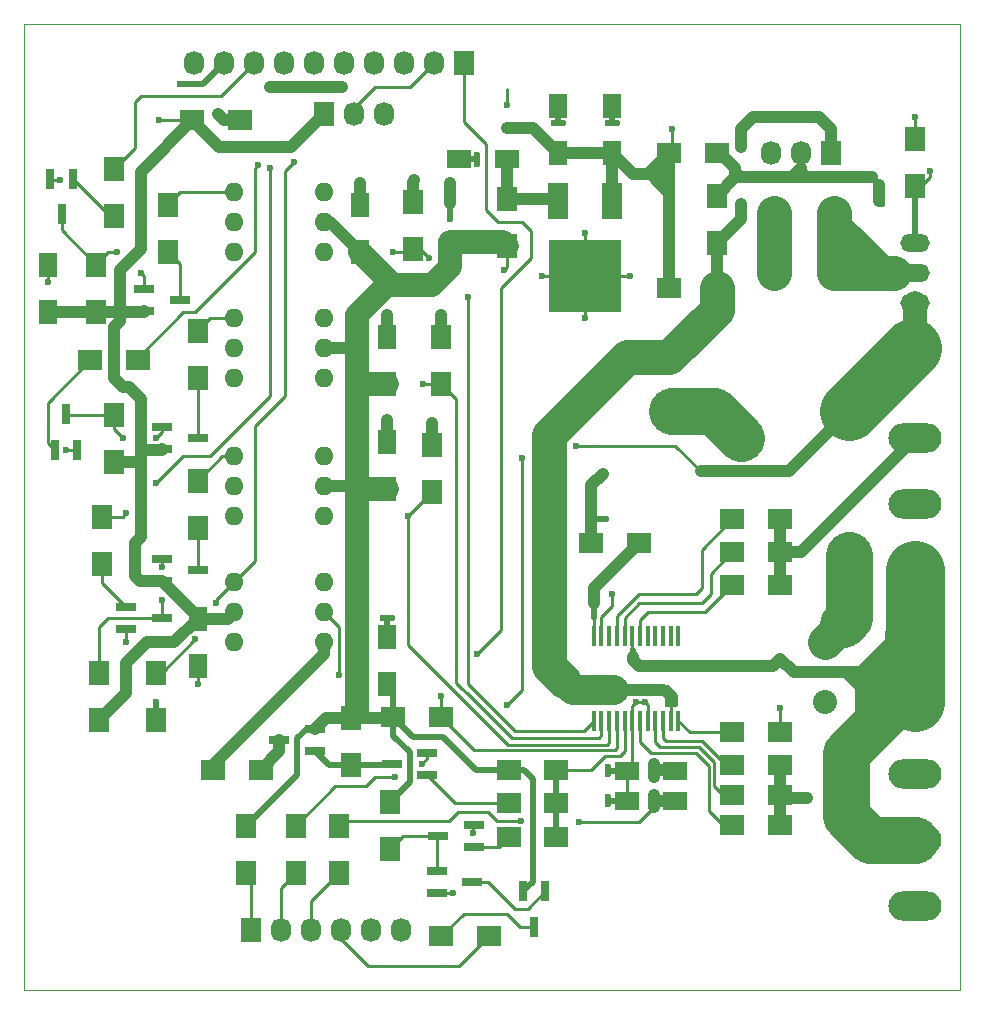
<source format=gbr>
G04 #@! TF.FileFunction,Copper,L1,Top,Signal*
%FSLAX46Y46*%
G04 Gerber Fmt 4.6, Leading zero omitted, Abs format (unit mm)*
G04 Created by KiCad (PCBNEW (after 2015-mar-04 BZR unknown)-product) date 26/07/2015 13:07:27*
%MOMM*%
G01*
G04 APERTURE LIST*
%ADD10C,0.100000*%
%ADD11C,2.032000*%
%ADD12O,2.032000X2.032000*%
%ADD13R,0.800100X1.800860*%
%ADD14R,1.600000X2.000000*%
%ADD15R,2.000000X1.600000*%
%ADD16R,2.000000X1.700000*%
%ADD17R,1.700000X2.000000*%
%ADD18R,1.727200X2.032000*%
%ADD19O,1.727200X2.032000*%
%ADD20O,4.500880X2.499360*%
%ADD21O,2.499360X1.501140*%
%ADD22R,0.450000X1.750000*%
%ADD23O,1.600000X1.600000*%
%ADD24R,1.800860X0.800100*%
%ADD25R,1.651000X3.048000*%
%ADD26R,6.096000X6.096000*%
%ADD27R,1.600000X1.600000*%
%ADD28C,1.600000*%
%ADD29C,0.600000*%
%ADD30C,1.016000*%
%ADD31C,0.254000*%
%ADD32C,0.508000*%
%ADD33C,3.000000*%
%ADD34C,4.000000*%
%ADD35C,2.540000*%
%ADD36C,2.032000*%
%ADD37C,5.000000*%
G04 APERTURE END LIST*
D10*
X106172000Y-34036000D02*
X106172000Y-115824000D01*
X185420000Y-34036000D02*
X106172000Y-34036000D01*
X185420000Y-115824000D02*
X185420000Y-34036000D01*
X106172000Y-115824000D02*
X185420000Y-115824000D01*
D11*
X174752000Y-55118000D03*
X174752000Y-50038000D03*
D12*
X169672000Y-55118000D03*
X169672000Y-50038000D03*
D13*
X110297000Y-47139860D03*
X108397000Y-47139860D03*
X109347000Y-50142140D03*
D11*
X181610000Y-91440000D03*
D12*
X173990000Y-91440000D03*
D11*
X181610000Y-86360000D03*
D12*
X173990000Y-86360000D03*
D14*
X151384000Y-44926000D03*
X151384000Y-40926000D03*
X155956000Y-44926000D03*
X155956000Y-40926000D03*
D15*
X147034000Y-45466000D03*
X143034000Y-45466000D03*
D14*
X108204000Y-54388000D03*
X108204000Y-58388000D03*
D15*
X157258000Y-99822000D03*
X161258000Y-99822000D03*
X157258000Y-97282000D03*
X161258000Y-97282000D03*
D14*
X134620000Y-53308000D03*
X134620000Y-49308000D03*
X136906000Y-64484000D03*
X136906000Y-60484000D03*
X136906000Y-73374000D03*
X136906000Y-69374000D03*
X120904000Y-84360000D03*
X120904000Y-88360000D03*
D16*
X124428000Y-42164000D03*
X120428000Y-42164000D03*
D17*
X147066000Y-48800000D03*
X147066000Y-52800000D03*
D18*
X143383000Y-37338000D03*
D19*
X140843000Y-37338000D03*
X138303000Y-37338000D03*
X135763000Y-37338000D03*
X133223000Y-37338000D03*
X130683000Y-37338000D03*
X128143000Y-37338000D03*
X125603000Y-37338000D03*
X123063000Y-37338000D03*
X120523000Y-37338000D03*
D18*
X174498000Y-44958000D03*
D19*
X171958000Y-44958000D03*
X169418000Y-44958000D03*
D18*
X131572000Y-41656000D03*
D19*
X134112000Y-41656000D03*
X136652000Y-41656000D03*
D18*
X125349000Y-110744000D03*
D19*
X127889000Y-110744000D03*
X130429000Y-110744000D03*
X132969000Y-110744000D03*
X135509000Y-110744000D03*
X138049000Y-110744000D03*
D20*
X181610000Y-74676000D03*
X181610000Y-69088000D03*
X181610000Y-80264000D03*
X181610000Y-103124000D03*
X181610000Y-97536000D03*
X181610000Y-108712000D03*
D21*
X181610000Y-55118000D03*
X181610000Y-52578000D03*
X181610000Y-57658000D03*
D16*
X164814000Y-44958000D03*
X160814000Y-44958000D03*
X164814000Y-56388000D03*
X160814000Y-56388000D03*
X147225000Y-97155000D03*
X151225000Y-97155000D03*
D17*
X164846000Y-52546000D03*
X164846000Y-48546000D03*
D16*
X137446000Y-92710000D03*
X141446000Y-92710000D03*
D17*
X113792000Y-50260000D03*
X113792000Y-46260000D03*
D16*
X111792000Y-62484000D03*
X115792000Y-62484000D03*
D17*
X112776000Y-79724000D03*
X112776000Y-75724000D03*
X112268000Y-58388000D03*
X112268000Y-54388000D03*
X113792000Y-71088000D03*
X113792000Y-67088000D03*
X112522000Y-92932000D03*
X112522000Y-88932000D03*
D16*
X147225000Y-99949000D03*
X151225000Y-99949000D03*
D17*
X118364000Y-49308000D03*
X118364000Y-53308000D03*
X120904000Y-59976000D03*
X120904000Y-63976000D03*
X120904000Y-72676000D03*
X120904000Y-76676000D03*
X133858000Y-92742000D03*
X133858000Y-96742000D03*
D16*
X122206000Y-97155000D03*
X126206000Y-97155000D03*
D17*
X139065000Y-53054000D03*
X139065000Y-49054000D03*
X141478000Y-64484000D03*
X141478000Y-60484000D03*
X140716000Y-73628000D03*
X140716000Y-69628000D03*
X117348000Y-88932000D03*
X117348000Y-92932000D03*
D16*
X154210000Y-77978000D03*
X158210000Y-77978000D03*
X170148000Y-75946000D03*
X166148000Y-75946000D03*
X170148000Y-78740000D03*
X166148000Y-78740000D03*
X170148000Y-81534000D03*
X166148000Y-81534000D03*
X170148000Y-93980000D03*
X166148000Y-93980000D03*
X170148000Y-99314000D03*
X166148000Y-99314000D03*
X170148000Y-96774000D03*
X166148000Y-96774000D03*
X170148000Y-101854000D03*
X166148000Y-101854000D03*
X147225000Y-102870000D03*
X151225000Y-102870000D03*
D17*
X181610000Y-47720000D03*
X181610000Y-43720000D03*
X137160000Y-99854000D03*
X137160000Y-103854000D03*
D16*
X145510000Y-111252000D03*
X141510000Y-111252000D03*
D17*
X132842000Y-101886000D03*
X132842000Y-105886000D03*
D22*
X154413000Y-93008000D03*
X155063000Y-93008000D03*
X155713000Y-93008000D03*
X156363000Y-93008000D03*
X157013000Y-93008000D03*
X157663000Y-93008000D03*
X158313000Y-93008000D03*
X158963000Y-93008000D03*
X159613000Y-93008000D03*
X160263000Y-93008000D03*
X160913000Y-93008000D03*
X161563000Y-93008000D03*
X161563000Y-85808000D03*
X160913000Y-85808000D03*
X160263000Y-85808000D03*
X159613000Y-85808000D03*
X158963000Y-85808000D03*
X158313000Y-85808000D03*
X157663000Y-85808000D03*
X157013000Y-85808000D03*
X156363000Y-85808000D03*
X155713000Y-85808000D03*
X155063000Y-85808000D03*
X154413000Y-85808000D03*
D23*
X123952000Y-48260000D03*
X123952000Y-50800000D03*
X123952000Y-53340000D03*
X131572000Y-53340000D03*
X131572000Y-50800000D03*
X131572000Y-48260000D03*
X123952000Y-58928000D03*
X123952000Y-61468000D03*
X123952000Y-64008000D03*
X131572000Y-64008000D03*
X131572000Y-61468000D03*
X131572000Y-58928000D03*
X123952000Y-70612000D03*
X123952000Y-73152000D03*
X123952000Y-75692000D03*
X131572000Y-75692000D03*
X131572000Y-73152000D03*
X131572000Y-70612000D03*
X131572000Y-86360000D03*
X131572000Y-83820000D03*
X131572000Y-81280000D03*
X123952000Y-81280000D03*
X123952000Y-83820000D03*
X123952000Y-86360000D03*
D17*
X129159000Y-101886000D03*
X129159000Y-105886000D03*
X124968000Y-101886000D03*
X124968000Y-105886000D03*
D13*
X150302000Y-107464860D03*
X148402000Y-107464860D03*
X149352000Y-110467140D03*
D24*
X141119860Y-105730000D03*
X141119860Y-107630000D03*
X144122140Y-106680000D03*
X144249140Y-103693000D03*
X144249140Y-101793000D03*
X141246860Y-102743000D03*
X130787140Y-95565000D03*
X130787140Y-93665000D03*
X127784860Y-94615000D03*
X140312140Y-97597000D03*
X140312140Y-95697000D03*
X137309860Y-96647000D03*
X117878860Y-79314000D03*
X117878860Y-81214000D03*
X120881140Y-80264000D03*
X117878860Y-68138000D03*
X117878860Y-70038000D03*
X120881140Y-69088000D03*
X116354860Y-56454000D03*
X116354860Y-58354000D03*
X119357140Y-57404000D03*
X114830860Y-83378000D03*
X114830860Y-85278000D03*
X117833140Y-84328000D03*
D13*
X108778000Y-70081140D03*
X110678000Y-70081140D03*
X109728000Y-67078860D03*
D25*
X155956000Y-49022000D03*
D26*
X153670000Y-55372000D03*
D25*
X151384000Y-49022000D03*
D27*
X176022000Y-66802000D03*
D28*
X161022000Y-66802000D03*
D14*
X136906000Y-89884000D03*
X136906000Y-85884000D03*
D29*
X127000000Y-39370000D03*
X133096000Y-39370000D03*
X147066000Y-40894000D03*
X142240000Y-50546000D03*
X142240000Y-47498000D03*
X117602000Y-42164000D03*
X161036000Y-42926000D03*
X136525000Y-84328000D03*
X137287000Y-84328000D03*
X181610000Y-41910000D03*
X142494000Y-107569000D03*
X144145000Y-102489000D03*
X155575000Y-97536000D03*
X155575000Y-96901000D03*
X155575000Y-100076000D03*
X155575000Y-99441000D03*
X157988000Y-91440000D03*
X158750000Y-91440000D03*
X151003000Y-42418000D03*
X151765000Y-42418000D03*
X155575000Y-42418000D03*
X156337000Y-42418000D03*
X169672000Y-51816000D03*
X169672000Y-53149500D03*
X166878000Y-69088000D03*
X144526000Y-45085000D03*
X144526000Y-45847000D03*
X153670000Y-51689000D03*
X157480000Y-55372000D03*
X149987000Y-55372000D03*
X153670000Y-58928000D03*
X164592000Y-66802000D03*
X134620000Y-47498000D03*
X139192000Y-47244000D03*
X136906000Y-67564000D03*
X140716000Y-67818000D03*
X141478000Y-58674000D03*
X136906000Y-58674000D03*
X165862000Y-68072000D03*
X175514000Y-84836000D03*
X176022000Y-78994000D03*
X176022000Y-81534000D03*
X114808000Y-86360000D03*
X120904000Y-89916000D03*
X109728000Y-70104000D03*
X109220000Y-47244000D03*
X117348000Y-91440000D03*
X108204000Y-55880000D03*
X119380000Y-39116000D03*
X148209000Y-101473000D03*
X153162000Y-101600000D03*
X159512000Y-100330000D03*
X159512000Y-99314000D03*
X159512000Y-96647000D03*
X159512000Y-97790000D03*
X160655000Y-91567000D03*
X161290000Y-91567000D03*
X166878000Y-49276000D03*
X166878000Y-44450000D03*
X146812000Y-54864000D03*
X155956000Y-82296000D03*
X157734000Y-87122000D03*
X175768000Y-96520000D03*
X178435000Y-90043000D03*
X177038000Y-102362000D03*
X137541000Y-97790000D03*
X147066000Y-91694000D03*
X152908000Y-69723000D03*
X148336000Y-70739000D03*
X176022000Y-66802000D03*
X181356000Y-61468000D03*
X179070000Y-63754000D03*
X178816000Y-49276000D03*
X155448000Y-75946000D03*
X170180000Y-91948000D03*
X182880000Y-46482000D03*
X122555000Y-41656000D03*
X144526000Y-87376000D03*
X141478000Y-90932000D03*
X122428000Y-83058000D03*
X120650000Y-86106000D03*
X129032000Y-45720000D03*
X114808000Y-75438000D03*
X117348000Y-72898000D03*
X127000000Y-46228000D03*
X125984000Y-45974000D03*
X179832000Y-55118000D03*
X176784000Y-55118000D03*
X139827000Y-96647000D03*
X132842000Y-89154000D03*
X172466000Y-99568000D03*
X137414000Y-53340000D03*
X140462000Y-53848000D03*
X143764000Y-57150000D03*
X139954000Y-64516000D03*
X138684000Y-75692000D03*
X116078000Y-55118000D03*
X114046000Y-53340000D03*
X117348000Y-69088000D03*
X114554000Y-69088000D03*
X117856000Y-80010000D03*
X117856000Y-82804000D03*
D30*
X127000000Y-39370000D02*
X133096000Y-39370000D01*
D31*
X147066000Y-39497000D02*
X147066000Y-40894000D01*
D32*
X142240000Y-49149000D02*
X142240000Y-50546000D01*
D30*
X142240000Y-49149000D02*
X142240000Y-47498000D01*
D31*
X117602000Y-42164000D02*
X120428000Y-42164000D01*
D30*
X114300000Y-58420000D02*
X114300000Y-59182000D01*
X114300000Y-54864000D02*
X114300000Y-58420000D01*
X116078000Y-53086000D02*
X114300000Y-54864000D01*
X116078000Y-46514000D02*
X116078000Y-53086000D01*
X120428000Y-42164000D02*
X116078000Y-46514000D01*
X108204000Y-58388000D02*
X112268000Y-58388000D01*
X114046000Y-58420000D02*
X114300000Y-58420000D01*
X114268000Y-58420000D02*
X114046000Y-58420000D01*
X114300000Y-58388000D02*
X114268000Y-58420000D01*
X114046000Y-58388000D02*
X114300000Y-58388000D01*
X112268000Y-58388000D02*
X114046000Y-58388000D01*
X116320860Y-58388000D02*
X116354860Y-58354000D01*
X114046000Y-58388000D02*
X116320860Y-58388000D01*
X116078000Y-71120000D02*
X116078000Y-72390000D01*
X116078000Y-70104000D02*
X116078000Y-71120000D01*
X116078000Y-65786000D02*
X116078000Y-70104000D01*
X115062000Y-64770000D02*
X116078000Y-65786000D01*
X114554000Y-64770000D02*
X115062000Y-64770000D01*
X113792000Y-64008000D02*
X114554000Y-64770000D01*
X113792000Y-59690000D02*
X113792000Y-64008000D01*
X114300000Y-59182000D02*
X113792000Y-59690000D01*
X116078000Y-71088000D02*
X116078000Y-71120000D01*
X113792000Y-71088000D02*
X116078000Y-71088000D01*
X117812860Y-70104000D02*
X117878860Y-70038000D01*
X116078000Y-70104000D02*
X117812860Y-70104000D01*
X116012000Y-81214000D02*
X117878860Y-81214000D01*
X115570000Y-80772000D02*
X116012000Y-81214000D01*
X115570000Y-77978000D02*
X115570000Y-80772000D01*
X116078000Y-77470000D02*
X115570000Y-77978000D01*
X116078000Y-72390000D02*
X116078000Y-77470000D01*
X120904000Y-84239140D02*
X120904000Y-84360000D01*
X117878860Y-81214000D02*
X120904000Y-84239140D01*
X123412000Y-84360000D02*
X123952000Y-83820000D01*
X120904000Y-84360000D02*
X123412000Y-84360000D01*
X114808000Y-90646000D02*
X112522000Y-92932000D01*
X114808000Y-88138000D02*
X114808000Y-90646000D01*
X116586000Y-86360000D02*
X114808000Y-88138000D01*
X116840000Y-86360000D02*
X116586000Y-86360000D01*
X118904000Y-86360000D02*
X116840000Y-86360000D01*
X120904000Y-84360000D02*
X118904000Y-86360000D01*
X122714000Y-44450000D02*
X120428000Y-42164000D01*
X128778000Y-44450000D02*
X122714000Y-44450000D01*
X131572000Y-41656000D02*
X128778000Y-44450000D01*
D31*
X161036000Y-42926000D02*
X161036000Y-44736000D01*
X161036000Y-44736000D02*
X160814000Y-44958000D01*
D30*
X160814000Y-48292000D02*
X160814000Y-44958000D01*
X160814000Y-56388000D02*
X160814000Y-48292000D01*
X159036000Y-46736000D02*
X158432500Y-46736000D01*
X160210500Y-45561500D02*
X159036000Y-46736000D01*
X160814000Y-44958000D02*
X160210500Y-45561500D01*
X155956000Y-46609000D02*
X155956000Y-44926000D01*
X155956000Y-49022000D02*
X155956000Y-46609000D01*
X149257000Y-42799000D02*
X147066000Y-42799000D01*
X151384000Y-44926000D02*
X149257000Y-42799000D01*
D32*
X155956000Y-46736000D02*
X156083000Y-46609000D01*
X156083000Y-46609000D02*
X155956000Y-46609000D01*
X155956000Y-44926000D02*
X155956000Y-46736000D01*
X155956000Y-49022000D02*
X155956000Y-44926000D01*
X155956000Y-46609000D02*
X155956000Y-49022000D01*
X155956000Y-46609000D02*
X155956000Y-44926000D01*
D30*
X160051750Y-47529750D02*
X160814000Y-48292000D01*
X159258000Y-46736000D02*
X160051750Y-47529750D01*
X158432500Y-46736000D02*
X159258000Y-46736000D01*
X160210500Y-46228000D02*
X160210500Y-45561500D01*
X160051750Y-46386750D02*
X160210500Y-46228000D01*
X160051750Y-47529750D02*
X160051750Y-46386750D01*
X157766000Y-46736000D02*
X158432500Y-46736000D01*
X155956000Y-44926000D02*
X157766000Y-46736000D01*
X151384000Y-44926000D02*
X155956000Y-44926000D01*
D32*
X137287000Y-84328000D02*
X136525000Y-84328000D01*
X136906000Y-84328000D02*
X136525000Y-84328000D01*
X136906000Y-84328000D02*
X136906000Y-85884000D01*
D31*
X181610000Y-43720000D02*
X181610000Y-41910000D01*
X141119860Y-107630000D02*
X141180860Y-107569000D01*
X141180860Y-107569000D02*
X142494000Y-107569000D01*
X144249140Y-101793000D02*
X144145000Y-101897140D01*
X144145000Y-101897140D02*
X144145000Y-102489000D01*
D32*
X155575000Y-97282000D02*
X155575000Y-97536000D01*
X157258000Y-97282000D02*
X155575000Y-97282000D01*
X155575000Y-97282000D02*
X155575000Y-96901000D01*
X155575000Y-96901000D02*
X155575000Y-97536000D01*
X155575000Y-100076000D02*
X155575000Y-99822000D01*
X157258000Y-99822000D02*
X155575000Y-99822000D01*
X155575000Y-99822000D02*
X155575000Y-99441000D01*
X155575000Y-99441000D02*
X155575000Y-100076000D01*
D31*
X158963000Y-91653000D02*
X158963000Y-93008000D01*
X158750000Y-91440000D02*
X158963000Y-91653000D01*
X157988000Y-91440000D02*
X158750000Y-91440000D01*
X157663000Y-91765000D02*
X157988000Y-91440000D01*
X157663000Y-93008000D02*
X157663000Y-91765000D01*
X157663000Y-96877000D02*
X157663000Y-93008000D01*
X157258000Y-97282000D02*
X157663000Y-96877000D01*
X157258000Y-99822000D02*
X157258000Y-97282000D01*
X151320500Y-42418000D02*
X151003000Y-42418000D01*
X151384000Y-42481500D02*
X151320500Y-42418000D01*
X151384000Y-42418000D02*
X151384000Y-42481500D01*
X151384000Y-40926000D02*
X151384000Y-42418000D01*
X151384000Y-42418000D02*
X151765000Y-42418000D01*
D32*
X151003000Y-42418000D02*
X151765000Y-42418000D01*
X151384000Y-42418000D02*
X151384000Y-40926000D01*
X155956000Y-42418000D02*
X155575000Y-42418000D01*
X155956000Y-40926000D02*
X155956000Y-42418000D01*
X155956000Y-42418000D02*
X156337000Y-42418000D01*
D33*
X169672000Y-51816000D02*
X169672000Y-50038000D01*
X169672000Y-55118000D02*
X169672000Y-51816000D01*
X169672000Y-53149500D02*
X169672000Y-51816000D01*
D31*
X166878000Y-69088000D02*
X166846250Y-69119750D01*
D32*
X144526000Y-45466000D02*
X144526000Y-45085000D01*
X143034000Y-45466000D02*
X144526000Y-45466000D01*
X144526000Y-45466000D02*
X144526000Y-45847000D01*
D31*
X153670000Y-55372000D02*
X153670000Y-51689000D01*
X153670000Y-55372000D02*
X157480000Y-55372000D01*
X153670000Y-55372000D02*
X149987000Y-55372000D01*
X153670000Y-55372000D02*
X153670000Y-58928000D01*
D30*
X134620000Y-49308000D02*
X134620000Y-47498000D01*
X139065000Y-47371000D02*
X139192000Y-47244000D01*
X139065000Y-49054000D02*
X139065000Y-47371000D01*
X136906000Y-69374000D02*
X136906000Y-67564000D01*
X140716000Y-69628000D02*
X140716000Y-67818000D01*
X141478000Y-60484000D02*
X141478000Y-58674000D01*
X136906000Y-60484000D02*
X136906000Y-58674000D01*
D34*
X165703250Y-67913250D02*
X165862000Y-68072000D01*
X164592000Y-66802000D02*
X165703250Y-67913250D01*
X161022000Y-66802000D02*
X164592000Y-66802000D01*
X165862000Y-68072000D02*
X166878000Y-69088000D01*
D33*
X173990000Y-86360000D02*
X175514000Y-84836000D01*
D34*
X176022000Y-84328000D02*
X175514000Y-84836000D01*
X176022000Y-81534000D02*
X176022000Y-84328000D01*
X176022000Y-78994000D02*
X176022000Y-81534000D01*
D30*
X147034000Y-48768000D02*
X147066000Y-48800000D01*
X147034000Y-45466000D02*
X147034000Y-48768000D01*
X151162000Y-48800000D02*
X151384000Y-49022000D01*
X147066000Y-48800000D02*
X151162000Y-48800000D01*
D31*
X114830860Y-86337140D02*
X114808000Y-86360000D01*
X114830860Y-85278000D02*
X114830860Y-86337140D01*
X120904000Y-88360000D02*
X120904000Y-89916000D01*
X109750860Y-70081140D02*
X109728000Y-70104000D01*
X110678000Y-70081140D02*
X109750860Y-70081140D01*
X108501140Y-47244000D02*
X109220000Y-47244000D01*
X108397000Y-47139860D02*
X108501140Y-47244000D01*
D32*
X117348000Y-92932000D02*
X117348000Y-91440000D01*
D31*
X108204000Y-54388000D02*
X108204000Y-55880000D01*
D32*
X121285000Y-39116000D02*
X119380000Y-39116000D01*
X123063000Y-37338000D02*
X121285000Y-39116000D01*
D31*
X132842000Y-101886000D02*
X133255000Y-101473000D01*
X133255000Y-101473000D02*
X142113000Y-101473000D01*
X142113000Y-101473000D02*
X142875000Y-100711000D01*
X142875000Y-100711000D02*
X145415000Y-100711000D01*
X145415000Y-100711000D02*
X146177000Y-101473000D01*
X146177000Y-101473000D02*
X148209000Y-101473000D01*
X153162000Y-101600000D02*
X158242000Y-101600000D01*
X158242000Y-101600000D02*
X159512000Y-100330000D01*
X160909000Y-91567000D02*
X160909000Y-91440000D01*
X160909000Y-93004000D02*
X160909000Y-91567000D01*
X160913000Y-93008000D02*
X160909000Y-93004000D01*
D30*
X159512000Y-99822000D02*
X159512000Y-99822000D01*
X161258000Y-99822000D02*
X159512000Y-99822000D01*
D31*
X159512000Y-100330000D02*
X159512000Y-99822000D01*
X159512000Y-99822000D02*
X159512000Y-100330000D01*
X159512000Y-99822000D02*
X159512000Y-99314000D01*
D30*
X159512000Y-99314000D02*
X159512000Y-100330000D01*
X159512000Y-99314000D02*
X159512000Y-100330000D01*
X159512000Y-97155000D02*
X159512000Y-97790000D01*
X159512000Y-96647000D02*
X159512000Y-97155000D01*
X161131000Y-97155000D02*
X161258000Y-97282000D01*
X159512000Y-97155000D02*
X161131000Y-97155000D01*
D32*
X160909000Y-91567000D02*
X160655000Y-91567000D01*
X160655000Y-91567000D02*
X161290000Y-91567000D01*
X160655000Y-91567000D02*
X161290000Y-91567000D01*
D30*
X166878000Y-50514000D02*
X164846000Y-52546000D01*
X166878000Y-49276000D02*
X166878000Y-50514000D01*
X166878000Y-42926000D02*
X166878000Y-44450000D01*
X167894000Y-41910000D02*
X166878000Y-42926000D01*
X173482000Y-41910000D02*
X167894000Y-41910000D01*
X174498000Y-42926000D02*
X173482000Y-41910000D01*
X174498000Y-44958000D02*
X174498000Y-42926000D01*
X164814000Y-52578000D02*
X164814000Y-56388000D01*
X164846000Y-52546000D02*
X164814000Y-52578000D01*
D33*
X150622000Y-88392000D02*
X151892000Y-89662000D01*
X150622000Y-68834000D02*
X150622000Y-88392000D01*
X157226000Y-62230000D02*
X150622000Y-68834000D01*
X160782000Y-62230000D02*
X157226000Y-62230000D01*
X164814000Y-58198000D02*
X160782000Y-62230000D01*
X164814000Y-56388000D02*
X164814000Y-58198000D01*
D30*
X159766000Y-90424000D02*
X160274000Y-90424000D01*
X156146500Y-90424000D02*
X159766000Y-90424000D01*
X152654000Y-90424000D02*
X156146500Y-90424000D01*
X151892000Y-89662000D02*
X152654000Y-90424000D01*
D32*
X160655000Y-90805000D02*
X160655000Y-91567000D01*
X160274000Y-90424000D02*
X160655000Y-90805000D01*
X160274000Y-90551000D02*
X160274000Y-90424000D01*
X161290000Y-91567000D02*
X160274000Y-90551000D01*
X160782000Y-90424000D02*
X160274000Y-90424000D01*
X161036000Y-90678000D02*
X160782000Y-90424000D01*
X161290000Y-90932000D02*
X161036000Y-90678000D01*
X161290000Y-91567000D02*
X161290000Y-90932000D01*
X160782000Y-90424000D02*
X160274000Y-90424000D01*
D31*
X161036000Y-90487500D02*
X161036000Y-90678000D01*
X160591500Y-90043000D02*
X161036000Y-90487500D01*
X160147000Y-90043000D02*
X160591500Y-90043000D01*
X159766000Y-90424000D02*
X160147000Y-90043000D01*
D35*
X152654000Y-90424000D02*
X151892000Y-89662000D01*
X156146500Y-90424000D02*
X152654000Y-90424000D01*
D32*
X136906000Y-89884000D02*
X137446000Y-90424000D01*
X137446000Y-90424000D02*
X137446000Y-92710000D01*
D31*
X146812000Y-54864000D02*
X147066000Y-54610000D01*
X147066000Y-54610000D02*
X147066000Y-52800000D01*
D32*
X147225000Y-97155000D02*
X148463000Y-97155000D01*
X149225000Y-106641860D02*
X148402000Y-107464860D01*
X149225000Y-97917000D02*
X149225000Y-106641860D01*
X148463000Y-97155000D02*
X149225000Y-97917000D01*
X137446000Y-92710000D02*
X139097000Y-94361000D01*
X144399000Y-97155000D02*
X147225000Y-97155000D01*
X141605000Y-94361000D02*
X144399000Y-97155000D01*
X139097000Y-94361000D02*
X141605000Y-94361000D01*
X137160000Y-99854000D02*
X138811000Y-98203000D01*
X137446000Y-94266000D02*
X137446000Y-92710000D01*
X138811000Y-95631000D02*
X137446000Y-94266000D01*
X138811000Y-98203000D02*
X138811000Y-95631000D01*
X130787140Y-93665000D02*
X130109000Y-93665000D01*
X130109000Y-93665000D02*
X129286000Y-94488000D01*
X129286000Y-97568000D02*
X124968000Y-101886000D01*
X129286000Y-94488000D02*
X129286000Y-97568000D01*
D30*
X133858000Y-92742000D02*
X131710140Y-92742000D01*
X131710140Y-92742000D02*
X130787140Y-93665000D01*
X133858000Y-92742000D02*
X137414000Y-92742000D01*
X137414000Y-92742000D02*
X137446000Y-92710000D01*
D36*
X146717000Y-52451000D02*
X142240000Y-52451000D01*
X147066000Y-52800000D02*
X146717000Y-52451000D01*
X137446000Y-56134000D02*
X134620000Y-53308000D01*
X140716000Y-56134000D02*
X137446000Y-56134000D01*
X142240000Y-54610000D02*
X140716000Y-56134000D01*
X142240000Y-52451000D02*
X142240000Y-54610000D01*
X134366000Y-73406000D02*
X134366000Y-77978000D01*
X134366000Y-64516000D02*
X134366000Y-73406000D01*
X134366000Y-61468000D02*
X134366000Y-64516000D01*
X134366000Y-58674000D02*
X134366000Y-61468000D01*
X136906000Y-56134000D02*
X134366000Y-58674000D01*
X137446000Y-56134000D02*
X136906000Y-56134000D01*
X134366000Y-92234000D02*
X133858000Y-92742000D01*
X134366000Y-77978000D02*
X134366000Y-92234000D01*
X134620000Y-73406000D02*
X134366000Y-73406000D01*
X134398000Y-73406000D02*
X134620000Y-73406000D01*
X134366000Y-73374000D02*
X134398000Y-73406000D01*
X136906000Y-73374000D02*
X134366000Y-73374000D01*
X134620000Y-64516000D02*
X134366000Y-64516000D01*
X134398000Y-64516000D02*
X134620000Y-64516000D01*
X134366000Y-64484000D02*
X134398000Y-64516000D01*
X136906000Y-64484000D02*
X134366000Y-64484000D01*
D30*
X132112000Y-50800000D02*
X134620000Y-53308000D01*
X131572000Y-50800000D02*
X132112000Y-50800000D01*
X134144000Y-73152000D02*
X134366000Y-73374000D01*
X131572000Y-73152000D02*
X134144000Y-73152000D01*
X134112000Y-61468000D02*
X134366000Y-61468000D01*
X134366000Y-61468000D02*
X134112000Y-61468000D01*
X131572000Y-61468000D02*
X134366000Y-61468000D01*
D31*
X155956000Y-83312000D02*
X155956000Y-82296000D01*
X155063000Y-84205000D02*
X155956000Y-83312000D01*
X155063000Y-85808000D02*
X155063000Y-84205000D01*
D37*
X181610000Y-80264000D02*
X181610000Y-86360000D01*
X181610000Y-85598000D02*
X181610000Y-91440000D01*
X181610000Y-86360000D02*
X181610000Y-85598000D01*
D34*
X177800000Y-103124000D02*
X181610000Y-103124000D01*
X175768000Y-101092000D02*
X177800000Y-103124000D01*
X175768000Y-95758000D02*
X175768000Y-101092000D01*
X177038000Y-94488000D02*
X175768000Y-95758000D01*
X177800000Y-93726000D02*
X177038000Y-94488000D01*
X180086000Y-91440000D02*
X177800000Y-93726000D01*
X181610000Y-91440000D02*
X180086000Y-91440000D01*
D31*
X157663000Y-87051000D02*
X157663000Y-85808000D01*
X157734000Y-87122000D02*
X157663000Y-87051000D01*
D30*
X157734000Y-87884000D02*
X157734000Y-87630000D01*
X158242000Y-88392000D02*
X157734000Y-87884000D01*
X169545000Y-88392000D02*
X158242000Y-88392000D01*
X170180000Y-87757000D02*
X169545000Y-88392000D01*
D31*
X157734000Y-87884000D02*
X157734000Y-87630000D01*
X157734000Y-87122000D02*
X157734000Y-87884000D01*
D30*
X179070000Y-88900000D02*
X181610000Y-86360000D01*
X171323000Y-88900000D02*
X179070000Y-88900000D01*
X170180000Y-87757000D02*
X171323000Y-88900000D01*
X175768000Y-88900000D02*
X171323000Y-88900000D01*
X177038000Y-88900000D02*
X175768000Y-88900000D01*
X177292000Y-88900000D02*
X177038000Y-88900000D01*
X178308000Y-88900000D02*
X177292000Y-88900000D01*
X179070000Y-88900000D02*
X178308000Y-88900000D01*
X181610000Y-91440000D02*
X179070000Y-88900000D01*
X180086000Y-90678000D02*
X180086000Y-91440000D01*
X178308000Y-88900000D02*
X180086000Y-90678000D01*
X177038000Y-90170000D02*
X177038000Y-94488000D01*
X175768000Y-88900000D02*
X177038000Y-90170000D01*
X177800000Y-89408000D02*
X177800000Y-93726000D01*
X177292000Y-88900000D02*
X177800000Y-89408000D01*
X179832000Y-91440000D02*
X180086000Y-91440000D01*
X179070000Y-90678000D02*
X179832000Y-91440000D01*
X177292000Y-88900000D02*
X179070000Y-90678000D01*
X177038000Y-88900000D02*
X177038000Y-88900000D01*
X177038000Y-89408000D02*
X177038000Y-88900000D01*
X177800000Y-89408000D02*
X177038000Y-89408000D01*
X179070000Y-90678000D02*
X177800000Y-89408000D01*
X179578000Y-85598000D02*
X181610000Y-85598000D01*
X179578000Y-86360000D02*
X179578000Y-85598000D01*
X177038000Y-88900000D02*
X179578000Y-86360000D01*
X179070000Y-88138000D02*
X179070000Y-87630000D01*
X177800000Y-89408000D02*
X179070000Y-88138000D01*
D34*
X175768000Y-96520000D02*
X175768000Y-95758000D01*
D33*
X178562000Y-90170000D02*
X179070000Y-90678000D01*
X178435000Y-90043000D02*
X178562000Y-90170000D01*
D34*
X177038000Y-102362000D02*
X175768000Y-101092000D01*
D31*
X147066000Y-91694000D02*
X148336000Y-90424000D01*
X132493000Y-98552000D02*
X135128000Y-98552000D01*
X135128000Y-98552000D02*
X135890000Y-97790000D01*
X135890000Y-97790000D02*
X137541000Y-97790000D01*
X129159000Y-101886000D02*
X132493000Y-98552000D01*
X161290000Y-69723000D02*
X163449000Y-71882000D01*
X152908000Y-69723000D02*
X161290000Y-69723000D01*
X148336000Y-90424000D02*
X148336000Y-70739000D01*
D37*
X179070000Y-63754000D02*
X181356000Y-61468000D01*
X176022000Y-66802000D02*
X179070000Y-63754000D01*
D36*
X181610000Y-61214000D02*
X181610000Y-57658000D01*
X181356000Y-61468000D02*
X181610000Y-61214000D01*
D30*
X178562000Y-49022000D02*
X178562000Y-47625000D01*
D32*
X178816000Y-49276000D02*
X178562000Y-49022000D01*
X171958000Y-46228000D02*
X171958000Y-44958000D01*
X172720000Y-46990000D02*
X171958000Y-46228000D01*
D30*
X177927000Y-46990000D02*
X172720000Y-46990000D01*
D32*
X178562000Y-47625000D02*
X177927000Y-46990000D01*
X165100000Y-44958000D02*
X164814000Y-44958000D01*
D30*
X166370000Y-46228000D02*
X165100000Y-44958000D01*
D32*
X167132000Y-46990000D02*
X166370000Y-46228000D01*
D30*
X171450000Y-46990000D02*
X167132000Y-46990000D01*
X171958000Y-46990000D02*
X171450000Y-46990000D01*
X172720000Y-46990000D02*
X171958000Y-46990000D01*
X166402000Y-46990000D02*
X164846000Y-48546000D01*
X167132000Y-46990000D02*
X166402000Y-46990000D01*
X171450000Y-46736000D02*
X171450000Y-46990000D01*
X171196000Y-46990000D02*
X171450000Y-46736000D01*
X171958000Y-46228000D02*
X171196000Y-46990000D01*
X171958000Y-46990000D02*
X171958000Y-46228000D01*
D32*
X166370000Y-46482000D02*
X166370000Y-46228000D01*
X166370000Y-46292000D02*
X166370000Y-46482000D01*
X166402000Y-46260000D02*
X166370000Y-46292000D01*
D30*
X166402000Y-46990000D02*
X166402000Y-46260000D01*
X170942000Y-71882000D02*
X163449000Y-71882000D01*
X176022000Y-66802000D02*
X170942000Y-71882000D01*
D32*
X155448000Y-75946000D02*
X154210000Y-75946000D01*
X154210000Y-75946000D02*
X154432000Y-75946000D01*
X154432000Y-75946000D02*
X154210000Y-75946000D01*
D30*
X155158000Y-72136000D02*
X154210000Y-73084000D01*
X154210000Y-73084000D02*
X154210000Y-75946000D01*
X154210000Y-75946000D02*
X154210000Y-77978000D01*
D31*
X170180000Y-91948000D02*
X170148000Y-91980000D01*
X170148000Y-91980000D02*
X170148000Y-93980000D01*
X182880000Y-46482000D02*
X182880000Y-46990000D01*
X182880000Y-46990000D02*
X182150000Y-47720000D01*
X182150000Y-47720000D02*
X181610000Y-47720000D01*
D32*
X181610000Y-52578000D02*
X181610000Y-47720000D01*
X181610000Y-47720000D02*
X181610000Y-47371000D01*
D30*
X123063000Y-42164000D02*
X124428000Y-42164000D01*
X122555000Y-41656000D02*
X123063000Y-42164000D01*
D31*
X141446000Y-92710000D02*
X141446000Y-91662000D01*
X144240000Y-95504000D02*
X141446000Y-92710000D01*
X156210000Y-95504000D02*
X144240000Y-95504000D01*
X156363000Y-95351000D02*
X156210000Y-95504000D01*
X156363000Y-93008000D02*
X156363000Y-95351000D01*
X146558000Y-85344000D02*
X144526000Y-87376000D01*
X146558000Y-56388000D02*
X146558000Y-85344000D01*
X149098000Y-53848000D02*
X146558000Y-56388000D01*
X149098000Y-51562000D02*
X149098000Y-53848000D01*
X148336000Y-50800000D02*
X149098000Y-51562000D01*
X146304000Y-50800000D02*
X148336000Y-50800000D01*
X145288000Y-49784000D02*
X146304000Y-50800000D01*
X145288000Y-44196000D02*
X145288000Y-49784000D01*
X143383000Y-42291000D02*
X145288000Y-44196000D01*
X143383000Y-37338000D02*
X143383000Y-42291000D01*
X141478000Y-92678000D02*
X141446000Y-92710000D01*
X141478000Y-90932000D02*
X141478000Y-92678000D01*
X138811000Y-39370000D02*
X140843000Y-37338000D01*
X135890000Y-39370000D02*
X138811000Y-39370000D01*
X134112000Y-41148000D02*
X135890000Y-39370000D01*
X134112000Y-41656000D02*
X134112000Y-41148000D01*
X122428000Y-82804000D02*
X123952000Y-81280000D01*
X122428000Y-83058000D02*
X122428000Y-82804000D01*
X117824000Y-88932000D02*
X120650000Y-86106000D01*
X117348000Y-88932000D02*
X117824000Y-88932000D01*
X128270000Y-46482000D02*
X129032000Y-45720000D01*
X128270000Y-65532000D02*
X128270000Y-46482000D01*
X125730000Y-68072000D02*
X128270000Y-65532000D01*
X125730000Y-79502000D02*
X125730000Y-68072000D01*
X123952000Y-81280000D02*
X125730000Y-79502000D01*
X114522000Y-75724000D02*
X112776000Y-75724000D01*
X114808000Y-75438000D02*
X114522000Y-75724000D01*
X119634000Y-70612000D02*
X117348000Y-72898000D01*
X121920000Y-70612000D02*
X119634000Y-70612000D01*
X127000000Y-65532000D02*
X121920000Y-70612000D01*
X127000000Y-46228000D02*
X127000000Y-65532000D01*
X125730000Y-46228000D02*
X125984000Y-45974000D01*
X125730000Y-53340000D02*
X125730000Y-46228000D01*
X120650000Y-58420000D02*
X125730000Y-53340000D01*
X119634000Y-58420000D02*
X120650000Y-58420000D01*
X115792000Y-62262000D02*
X119634000Y-58420000D01*
X115792000Y-62484000D02*
X115792000Y-62262000D01*
X122809000Y-40132000D02*
X125603000Y-37338000D01*
X116078000Y-40132000D02*
X122809000Y-40132000D01*
X115570000Y-40640000D02*
X116078000Y-40132000D01*
X115570000Y-44482000D02*
X115570000Y-40640000D01*
X113792000Y-46260000D02*
X115570000Y-44482000D01*
D33*
X178689000Y-55118000D02*
X179832000Y-55118000D01*
X176784000Y-55118000D02*
X178689000Y-55118000D01*
X174752000Y-55118000D02*
X176784000Y-55118000D01*
X174752000Y-50038000D02*
X174752000Y-55118000D01*
X174752000Y-51181000D02*
X178689000Y-55118000D01*
X174752000Y-50038000D02*
X174752000Y-51181000D01*
D31*
X125349000Y-106267000D02*
X125349000Y-110744000D01*
X124968000Y-105886000D02*
X125349000Y-106267000D01*
X127889000Y-107156000D02*
X127889000Y-110744000D01*
X129159000Y-105886000D02*
X127889000Y-107156000D01*
X130429000Y-108299000D02*
X130429000Y-110744000D01*
X132842000Y-105886000D02*
X130429000Y-108299000D01*
X142970000Y-113792000D02*
X145510000Y-111252000D01*
X135255000Y-113792000D02*
X142970000Y-113792000D01*
X132969000Y-111506000D02*
X135255000Y-113792000D01*
X132969000Y-110744000D02*
X132969000Y-111506000D01*
X112776000Y-81323140D02*
X112776000Y-79724000D01*
X114830860Y-83378000D02*
X112776000Y-81323140D01*
X139827000Y-96647000D02*
X140312140Y-96161860D01*
X140312140Y-96161860D02*
X140312140Y-95697000D01*
X132842000Y-85090000D02*
X131572000Y-83820000D01*
X132842000Y-89154000D02*
X132842000Y-85090000D01*
X142664140Y-99949000D02*
X140312140Y-97597000D01*
X147225000Y-99949000D02*
X142664140Y-99949000D01*
X133953000Y-96647000D02*
X133858000Y-96742000D01*
X131964140Y-96742000D02*
X130787140Y-95565000D01*
X133858000Y-96742000D02*
X131964140Y-96742000D01*
D32*
X137214860Y-96742000D02*
X137309860Y-96647000D01*
X133858000Y-96742000D02*
X137214860Y-96742000D01*
X131964140Y-96742000D02*
X130787140Y-95565000D01*
X133858000Y-96742000D02*
X131964140Y-96742000D01*
D30*
X170148000Y-75946000D02*
X170148000Y-78740000D01*
X170148000Y-78740000D02*
X170148000Y-81534000D01*
X171958000Y-78740000D02*
X181610000Y-69088000D01*
X170148000Y-78740000D02*
X171958000Y-78740000D01*
X170148000Y-96774000D02*
X170148000Y-99314000D01*
X170148000Y-99314000D02*
X170148000Y-101854000D01*
X170402000Y-99568000D02*
X172466000Y-99568000D01*
X170148000Y-99314000D02*
X170402000Y-99568000D01*
D31*
X146402000Y-103693000D02*
X144249140Y-103693000D01*
X147225000Y-102870000D02*
X146402000Y-103693000D01*
D32*
X151225000Y-102870000D02*
X151225000Y-99949000D01*
X151225000Y-99949000D02*
X151225000Y-97155000D01*
D31*
X154178000Y-97155000D02*
X151225000Y-97155000D01*
X155321000Y-96012000D02*
X154178000Y-97155000D01*
X156591000Y-96012000D02*
X155321000Y-96012000D01*
X157013000Y-95590000D02*
X156591000Y-96012000D01*
X157013000Y-93008000D02*
X157013000Y-95590000D01*
X119412000Y-48260000D02*
X123952000Y-48260000D01*
X118364000Y-49308000D02*
X119412000Y-48260000D01*
X154413000Y-93008000D02*
X153568000Y-93853000D01*
X153568000Y-93853000D02*
X147701000Y-93853000D01*
X147701000Y-93853000D02*
X144780000Y-90932000D01*
X138779000Y-53340000D02*
X139065000Y-53054000D01*
X137414000Y-53340000D02*
X138779000Y-53340000D01*
X139351000Y-53340000D02*
X139065000Y-53054000D01*
X143764000Y-89916000D02*
X143764000Y-57150000D01*
X144780000Y-90932000D02*
X143764000Y-89916000D01*
X139668000Y-53054000D02*
X139065000Y-53054000D01*
X140462000Y-53848000D02*
X139668000Y-53054000D01*
X153416000Y-94488000D02*
X147447000Y-94488000D01*
X147447000Y-94488000D02*
X143637000Y-90678000D01*
X143637000Y-90678000D02*
X143256000Y-90297000D01*
X154813000Y-94488000D02*
X153416000Y-94488000D01*
X153416000Y-94488000D02*
X153289000Y-94488000D01*
X155063000Y-94238000D02*
X154813000Y-94488000D01*
X155063000Y-93008000D02*
X155063000Y-94238000D01*
X141446000Y-64516000D02*
X141478000Y-64484000D01*
X139954000Y-64516000D02*
X141446000Y-64516000D01*
X142748000Y-65754000D02*
X141478000Y-64484000D01*
X142748000Y-89789000D02*
X142748000Y-65754000D01*
X143256000Y-90297000D02*
X142748000Y-89789000D01*
X152019000Y-95049998D02*
X147119998Y-95049998D01*
X147119998Y-95049998D02*
X143002000Y-90932000D01*
X155521002Y-95049998D02*
X152019000Y-95049998D01*
X152019000Y-95049998D02*
X151892000Y-95049998D01*
X155713000Y-94858000D02*
X155521002Y-95049998D01*
X155713000Y-93008000D02*
X155713000Y-94858000D01*
X140716000Y-73660000D02*
X140716000Y-73628000D01*
X138684000Y-75692000D02*
X140716000Y-73660000D01*
X138684000Y-86614000D02*
X138684000Y-75692000D01*
X143002000Y-90932000D02*
X138684000Y-86614000D01*
D32*
X154432000Y-83820000D02*
X154432000Y-84328000D01*
D30*
X154432000Y-81788000D02*
X154432000Y-83058000D01*
D32*
X154432000Y-81756000D02*
X154432000Y-81788000D01*
X154432000Y-81788000D02*
X154432000Y-83058000D01*
X154432000Y-83058000D02*
X154432000Y-83820000D01*
D30*
X158210000Y-77978000D02*
X154432000Y-81756000D01*
D31*
X154432000Y-81756000D02*
X154432000Y-83820000D01*
X154432000Y-83820000D02*
X154432000Y-84328000D01*
X154432000Y-84328000D02*
X154432000Y-85789000D01*
X154432000Y-85789000D02*
X154413000Y-85808000D01*
X156363000Y-84175000D02*
X158242000Y-82296000D01*
X158242000Y-82296000D02*
X163068000Y-82296000D01*
X163068000Y-82296000D02*
X163576000Y-81788000D01*
X163576000Y-81788000D02*
X163576000Y-78518000D01*
X163576000Y-78518000D02*
X166148000Y-75946000D01*
X156363000Y-85808000D02*
X156363000Y-84175000D01*
X164338000Y-80550000D02*
X164338000Y-81788000D01*
X164338000Y-81788000D02*
X164338000Y-82296000D01*
X164338000Y-82296000D02*
X163576000Y-83058000D01*
X163576000Y-83058000D02*
X158242000Y-83058000D01*
X158242000Y-83058000D02*
X157013000Y-84287000D01*
X157013000Y-84287000D02*
X157013000Y-85808000D01*
X166148000Y-78740000D02*
X164338000Y-80550000D01*
X158313000Y-84511000D02*
X159004000Y-83820000D01*
X159004000Y-83820000D02*
X163862000Y-83820000D01*
X163862000Y-83820000D02*
X166148000Y-81534000D01*
X158313000Y-85808000D02*
X158313000Y-84511000D01*
X166148000Y-93980000D02*
X162687000Y-93980000D01*
X162535000Y-93980000D02*
X161563000Y-93008000D01*
X162687000Y-93980000D02*
X162535000Y-93980000D01*
X159613000Y-94843000D02*
X159613000Y-93008000D01*
X160020000Y-95250000D02*
X159613000Y-94843000D01*
X163322000Y-95250000D02*
X160020000Y-95250000D01*
X164592000Y-96520000D02*
X163322000Y-95250000D01*
X164592000Y-98552000D02*
X164592000Y-96520000D01*
X165354000Y-99314000D02*
X164592000Y-98552000D01*
X166148000Y-99314000D02*
X165354000Y-99314000D01*
X113417140Y-50260000D02*
X110297000Y-47139860D01*
X113792000Y-50260000D02*
X113417140Y-50260000D01*
X108204000Y-66072000D02*
X111792000Y-62484000D01*
X108204000Y-69507140D02*
X108204000Y-66072000D01*
X108778000Y-70081140D02*
X108204000Y-69507140D01*
X121952000Y-58928000D02*
X123952000Y-58928000D01*
X120904000Y-59976000D02*
X121952000Y-58928000D01*
X122968000Y-70612000D02*
X123952000Y-70612000D01*
X120904000Y-72676000D02*
X122968000Y-70612000D01*
D30*
X131572000Y-87376000D02*
X131572000Y-86360000D01*
X122206000Y-96742000D02*
X131572000Y-87376000D01*
X122206000Y-97155000D02*
X122206000Y-96742000D01*
D31*
X160263000Y-94477000D02*
X160263000Y-93008000D01*
X160528000Y-94742000D02*
X160263000Y-94477000D01*
X163576000Y-94742000D02*
X160528000Y-94742000D01*
X165608000Y-96774000D02*
X163576000Y-94742000D01*
X166148000Y-96774000D02*
X165608000Y-96774000D01*
X158313000Y-94813000D02*
X158313000Y-93008000D01*
X159258000Y-95758000D02*
X158313000Y-94813000D01*
X163068000Y-95758000D02*
X159258000Y-95758000D01*
X164137998Y-96827998D02*
X163068000Y-95758000D01*
X164137998Y-100637998D02*
X164137998Y-96827998D01*
X165354000Y-101854000D02*
X164137998Y-100637998D01*
X166148000Y-101854000D02*
X165354000Y-101854000D01*
X109347000Y-51467000D02*
X112268000Y-54388000D01*
X109347000Y-50142140D02*
X109347000Y-51467000D01*
X116354860Y-55394860D02*
X116354860Y-56454000D01*
X116078000Y-55118000D02*
X116354860Y-55394860D01*
X113316000Y-53340000D02*
X114046000Y-53340000D01*
X112268000Y-54388000D02*
X113316000Y-53340000D01*
X109737140Y-67088000D02*
X113792000Y-67088000D01*
X109728000Y-67078860D02*
X109737140Y-67088000D01*
X117878860Y-68557140D02*
X117878860Y-68138000D01*
X117348000Y-69088000D02*
X117878860Y-68557140D01*
X113792000Y-68326000D02*
X114554000Y-69088000D01*
X113792000Y-67088000D02*
X113792000Y-68326000D01*
X113284000Y-84328000D02*
X117833140Y-84328000D01*
X112522000Y-85090000D02*
X113284000Y-84328000D01*
X112522000Y-88932000D02*
X112522000Y-85090000D01*
X117856000Y-79336860D02*
X117878860Y-79314000D01*
X117856000Y-80010000D02*
X117856000Y-79336860D01*
X117856000Y-84305140D02*
X117856000Y-82804000D01*
X117833140Y-84328000D02*
X117856000Y-84305140D01*
X119357140Y-54301140D02*
X118364000Y-53308000D01*
X119357140Y-57404000D02*
X119357140Y-54301140D01*
X120881140Y-63998860D02*
X120904000Y-63976000D01*
X120881140Y-69088000D02*
X120881140Y-63998860D01*
X120904000Y-80241140D02*
X120904000Y-76676000D01*
X120881140Y-80264000D02*
X120904000Y-80241140D01*
D30*
X127784860Y-95576140D02*
X127784860Y-94615000D01*
X126206000Y-97155000D02*
X127784860Y-95576140D01*
D31*
X141119860Y-102870000D02*
X141246860Y-102743000D01*
X141119860Y-105730000D02*
X141119860Y-102870000D01*
X138271000Y-102743000D02*
X137160000Y-103854000D01*
X141246860Y-102743000D02*
X138271000Y-102743000D01*
X148800860Y-108966000D02*
X150302000Y-107464860D01*
X147701000Y-108966000D02*
X148800860Y-108966000D01*
X145415000Y-106680000D02*
X147701000Y-108966000D01*
X144122140Y-106680000D02*
X145415000Y-106680000D01*
X148186140Y-110467140D02*
X149352000Y-110467140D01*
X147066000Y-109347000D02*
X148186140Y-110467140D01*
X143415000Y-109347000D02*
X147066000Y-109347000D01*
X141510000Y-111252000D02*
X143415000Y-109347000D01*
M02*

</source>
